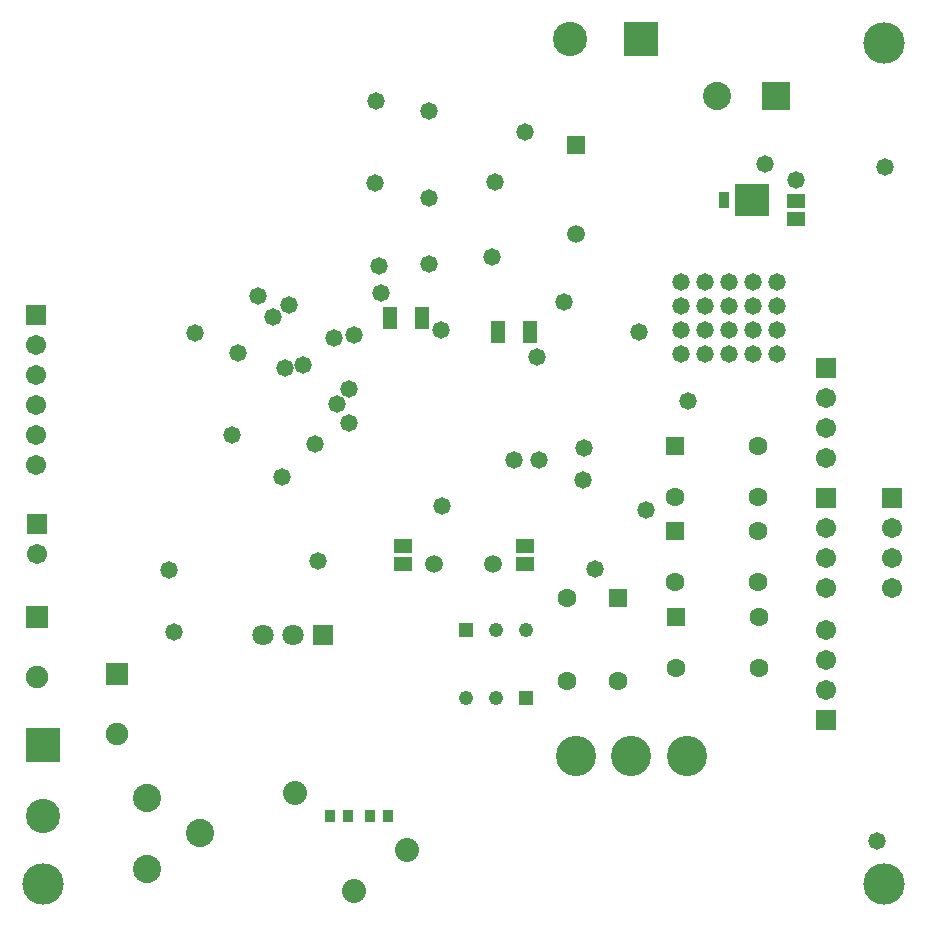
<source format=gbs>
%FSLAX25Y25*%
%MOIN*%
G70*
G01*
G75*
G04 Layer_Color=16711935*
%ADD10R,0.13189X0.05315*%
%ADD11R,0.04429X0.00984*%
%ADD12R,0.00984X0.04429*%
%ADD13R,0.03543X0.02756*%
%ADD14R,0.05512X0.04331*%
%ADD15O,0.02756X0.09055*%
%ADD16R,0.14370X0.05709*%
%ADD17R,0.05906X0.05906*%
%ADD18R,0.02756X0.03543*%
%ADD19R,0.40945X0.31496*%
%ADD20R,0.03937X0.11417*%
%ADD21R,0.04331X0.05512*%
%ADD22R,0.08268X0.06299*%
%ADD23R,0.00945X0.05315*%
%ADD24R,0.07087X0.07480*%
%ADD25O,0.06102X0.00984*%
%ADD26O,0.00984X0.06102*%
%ADD27R,0.23622X0.23622*%
%ADD28R,0.02362X0.04528*%
%ADD29R,0.04331X0.06693*%
%ADD30R,0.06693X0.04331*%
%ADD31C,0.00800*%
%ADD32C,0.01000*%
%ADD33C,0.04000*%
%ADD34C,0.00700*%
%ADD35C,0.02500*%
%ADD36C,0.02000*%
%ADD37C,0.05000*%
%ADD38C,0.03000*%
%ADD39C,0.06000*%
%ADD40C,0.10000*%
%ADD41C,0.13000*%
%ADD42R,0.48500X0.03000*%
%ADD43R,0.03000X0.35500*%
%ADD44C,0.06693*%
%ADD45R,0.06693X0.06693*%
%ADD46R,0.05118X0.05118*%
%ADD47C,0.05118*%
%ADD48C,0.05500*%
%ADD49R,0.05500X0.05500*%
%ADD50R,0.05500X0.05500*%
%ADD51C,0.03976*%
%ADD52R,0.03976X0.03976*%
%ADD53C,0.08600*%
%ADD54R,0.10600X0.10600*%
%ADD55C,0.10600*%
%ADD56C,0.07200*%
%ADD57R,0.08600X0.08600*%
%ADD58R,0.10600X0.10600*%
%ADD59C,0.06299*%
%ADD60R,0.06299X0.06299*%
%ADD61C,0.05906*%
%ADD62C,0.05118*%
%ADD63C,0.12600*%
%ADD64C,0.05000*%
%ADD65C,0.12992*%
%ADD66R,0.10512X0.10000*%
%ADD67R,0.03000X0.05000*%
%ADD68C,0.00787*%
%ADD69C,0.00394*%
%ADD70C,0.00984*%
%ADD71C,0.02362*%
%ADD72C,0.00591*%
%ADD73R,0.13989X0.06115*%
%ADD74R,0.05229X0.01784*%
%ADD75R,0.01784X0.05229*%
%ADD76R,0.04343X0.03556*%
%ADD77R,0.06312X0.05131*%
%ADD78O,0.03556X0.09855*%
%ADD79R,0.15170X0.06509*%
%ADD80R,0.06706X0.06706*%
%ADD81R,0.03556X0.04343*%
%ADD82R,0.41745X0.32296*%
%ADD83R,0.04737X0.12217*%
%ADD84R,0.05131X0.06312*%
%ADD85R,0.09068X0.07099*%
%ADD86R,0.01745X0.06115*%
%ADD87R,0.07887X0.08280*%
%ADD88O,0.06902X0.01784*%
%ADD89O,0.01784X0.06902*%
%ADD90R,0.24422X0.24422*%
%ADD91R,0.03162X0.05328*%
%ADD92R,0.05131X0.07493*%
%ADD93R,0.07493X0.05131*%
%ADD94C,0.07493*%
%ADD95R,0.07493X0.07493*%
%ADD96R,0.05918X0.05918*%
%ADD97C,0.05918*%
%ADD98C,0.06300*%
%ADD99R,0.06300X0.06300*%
%ADD100R,0.06300X0.06300*%
%ADD101C,0.04776*%
%ADD102R,0.04776X0.04776*%
%ADD103C,0.09400*%
%ADD104R,0.11400X0.11400*%
%ADD105C,0.11400*%
%ADD106C,0.08000*%
%ADD107R,0.09400X0.09400*%
%ADD108R,0.11400X0.11400*%
%ADD109C,0.07099*%
%ADD110R,0.07099X0.07099*%
%ADD111C,0.06706*%
%ADD112C,0.05918*%
%ADD113C,0.13400*%
%ADD114C,0.05800*%
%ADD115C,0.13792*%
%ADD116R,0.11312X0.10800*%
%ADD117R,0.03800X0.05800*%
D77*
X130000Y116547D02*
D03*
Y122453D02*
D03*
X170500Y116547D02*
D03*
Y122453D02*
D03*
X261000Y231547D02*
D03*
Y237453D02*
D03*
D80*
X8000Y130000D02*
D03*
X7500Y199500D02*
D03*
X271000Y64500D02*
D03*
X293000Y138500D02*
D03*
X271000D02*
D03*
Y182000D02*
D03*
D81*
X105547Y32500D02*
D03*
X111453D02*
D03*
X119047D02*
D03*
X124953D02*
D03*
D92*
X172315Y194000D02*
D03*
X161685D02*
D03*
X136315Y198500D02*
D03*
X125685D02*
D03*
D94*
X34500Y60000D02*
D03*
X8000Y79000D02*
D03*
D95*
X34500Y80000D02*
D03*
X8000Y99000D02*
D03*
D96*
X187500Y256264D02*
D03*
D97*
X187500Y226736D02*
D03*
D98*
X184535Y77720D02*
D03*
X201465D02*
D03*
X220941Y82000D02*
D03*
X248500D02*
D03*
Y98929D02*
D03*
X248280Y110535D02*
D03*
Y127465D02*
D03*
Y139035D02*
D03*
Y155965D02*
D03*
X220721Y139035D02*
D03*
Y110535D02*
D03*
X184535Y105280D02*
D03*
D99*
X220941Y98929D02*
D03*
X220721Y127465D02*
D03*
Y155965D02*
D03*
D100*
X201465Y105280D02*
D03*
D101*
X151000Y72000D02*
D03*
X161000D02*
D03*
Y94500D02*
D03*
X171000D02*
D03*
D102*
X151000Y94500D02*
D03*
X171000Y72000D02*
D03*
D103*
X44500Y15079D02*
D03*
X62217Y26890D02*
D03*
X44500Y38701D02*
D03*
X234658Y272500D02*
D03*
D104*
X209311Y291500D02*
D03*
D105*
X10000Y32689D02*
D03*
X185689Y291500D02*
D03*
D106*
X93815Y40264D02*
D03*
X113500Y7587D02*
D03*
X131217Y21366D02*
D03*
D107*
X254343Y272500D02*
D03*
D108*
X10000Y56311D02*
D03*
D109*
X93260Y93000D02*
D03*
X83260D02*
D03*
D110*
X103260Y93000D02*
D03*
D111*
X8000Y120000D02*
D03*
X7500Y149500D02*
D03*
Y159500D02*
D03*
Y169500D02*
D03*
Y179500D02*
D03*
Y189500D02*
D03*
X271000Y74500D02*
D03*
Y84500D02*
D03*
Y94500D02*
D03*
X293000Y108500D02*
D03*
Y118500D02*
D03*
Y128500D02*
D03*
X271000D02*
D03*
Y118500D02*
D03*
Y108500D02*
D03*
Y152000D02*
D03*
Y162000D02*
D03*
Y172000D02*
D03*
D112*
X140157Y116500D02*
D03*
X159843D02*
D03*
D113*
X187496Y52500D02*
D03*
X206000D02*
D03*
X224504D02*
D03*
D114*
X53500Y94000D02*
D03*
X51953Y114500D02*
D03*
X89500Y145500D02*
D03*
X100500Y156500D02*
D03*
X112000Y163500D02*
D03*
X112031Y174969D02*
D03*
X108000Y170000D02*
D03*
X96500Y183000D02*
D03*
X90500Y182000D02*
D03*
X107000Y192000D02*
D03*
X113500Y193000D02*
D03*
X122500Y207000D02*
D03*
X142500Y194500D02*
D03*
X159500Y219000D02*
D03*
X183500Y204000D02*
D03*
X174500Y185500D02*
D03*
X190217Y155283D02*
D03*
X190000Y144500D02*
D03*
X175347Y151347D02*
D03*
X166779Y151279D02*
D03*
X143000Y136000D02*
D03*
X101500Y117500D02*
D03*
X73000Y159500D02*
D03*
X75000Y187000D02*
D03*
X86500Y199000D02*
D03*
X92000Y203000D02*
D03*
X81500Y206000D02*
D03*
X60500Y193500D02*
D03*
X120500Y243500D02*
D03*
X122000Y216000D02*
D03*
X138500Y216500D02*
D03*
Y238500D02*
D03*
X160500Y244000D02*
D03*
X170500Y260500D02*
D03*
X138500Y267500D02*
D03*
X121000Y271000D02*
D03*
X208500Y194000D02*
D03*
X222500Y186500D02*
D03*
X230500D02*
D03*
X225000Y171000D02*
D03*
X238500Y186500D02*
D03*
X246500D02*
D03*
X254500D02*
D03*
Y194500D02*
D03*
Y202500D02*
D03*
X246500D02*
D03*
Y194500D02*
D03*
Y210500D02*
D03*
X254500D02*
D03*
X238500D02*
D03*
Y202500D02*
D03*
Y194500D02*
D03*
X230500Y210500D02*
D03*
X222500D02*
D03*
Y202500D02*
D03*
X230500D02*
D03*
Y194500D02*
D03*
X222500D02*
D03*
X261000Y244500D02*
D03*
X250500Y250000D02*
D03*
X290500Y249000D02*
D03*
X211000Y134500D02*
D03*
X194000Y115000D02*
D03*
X287827Y24327D02*
D03*
D115*
X9843Y9843D02*
D03*
X290158D02*
D03*
Y290158D02*
D03*
D116*
X246256Y238000D02*
D03*
D117*
X237000Y238000D02*
D03*
M02*

</source>
